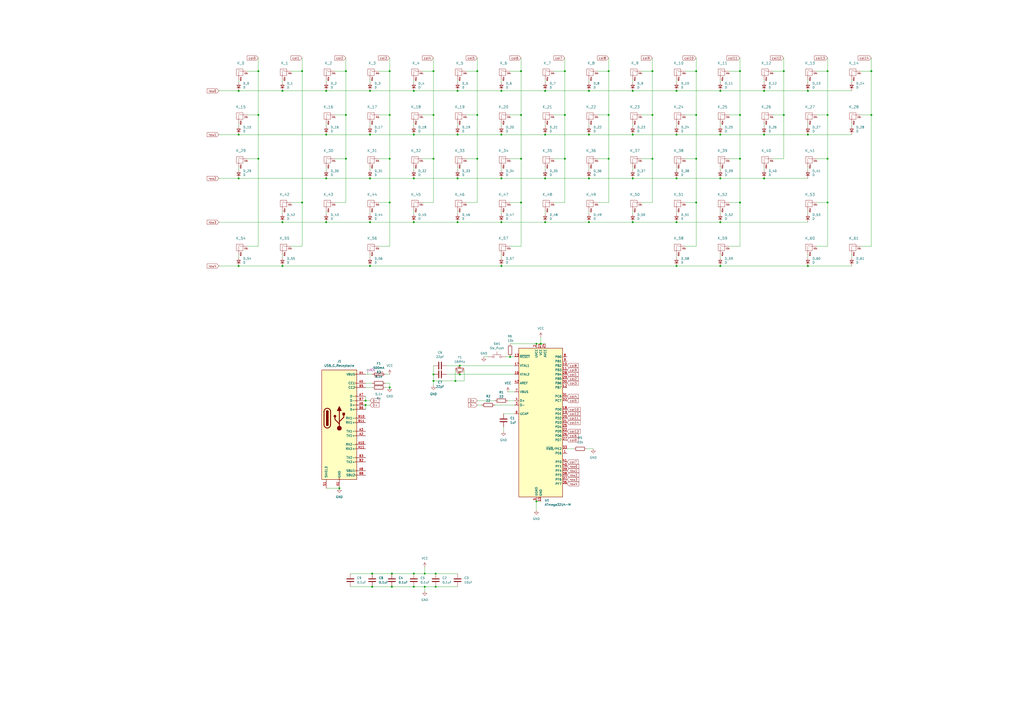
<source format=kicad_sch>
(kicad_sch (version 20231120) (generator "eeschema") (generator_version "8.0")
  (paper "A2")
  (junction (at 246.38 332.74))
  (junction (at 265.43 78.105))
  (junction (at 367.03 128.905))
  (junction (at 302.26 41.275))
  (junction (at 138.43 78.105))
  (junction (at 214.63 103.505))
  (junction (at 378.46 92.075))
  (junction (at 505.46 41.275))
  (junction (at 480.06 92.075))
  (junction (at 468.63 154.305))
  (junction (at 295.91 207.01))
  (junction (at 443.23 103.505))
  (junction (at 367.03 52.705))
  (junction (at 316.23 128.905))
  (junction (at 163.83 128.905))
  (junction (at 240.03 332.74))
  (junction (at 189.23 103.505))
  (junction (at 311.15 199.39))
  (junction (at 302.26 117.475))
  (junction (at 251.46 41.275))
  (junction (at 417.83 103.505))
  (junction (at 276.86 66.675))
  (junction (at 392.43 128.905))
  (junction (at 214.63 154.305))
  (junction (at 251.46 220.98))
  (junction (at 226.06 66.675))
  (junction (at 240.03 340.36))
  (junction (at 392.43 103.505))
  (junction (at 353.06 41.275))
  (junction (at 403.86 66.675))
  (junction (at 251.46 92.075))
  (junction (at 443.23 78.105))
  (junction (at 189.23 78.105))
  (junction (at 214.63 52.705))
  (junction (at 212.09 234.95))
  (junction (at 454.66 41.275))
  (junction (at 429.26 66.675))
  (junction (at 290.83 103.505))
  (junction (at 265.43 52.705))
  (junction (at 251.46 66.675))
  (junction (at 367.03 78.105))
  (junction (at 227.33 340.36))
  (junction (at 290.83 78.105))
  (junction (at 138.43 103.505))
  (junction (at 480.06 41.275))
  (junction (at 468.63 52.705))
  (junction (at 417.83 128.905))
  (junction (at 302.26 66.675))
  (junction (at 265.43 128.905))
  (junction (at 149.86 41.275))
  (junction (at 240.03 78.105))
  (junction (at 341.63 52.705))
  (junction (at 367.03 103.505))
  (junction (at 429.26 92.075))
  (junction (at 403.86 117.475))
  (junction (at 240.03 52.705))
  (junction (at 327.66 41.275))
  (junction (at 266.7 212.09))
  (junction (at 392.43 78.105))
  (junction (at 403.86 92.075))
  (junction (at 215.9 340.36))
  (junction (at 175.26 41.275))
  (junction (at 251.46 217.17))
  (junction (at 196.85 283.21))
  (junction (at 240.03 128.905))
  (junction (at 378.46 66.675))
  (junction (at 226.06 41.275))
  (junction (at 226.06 117.475))
  (junction (at 266.7 217.17))
  (junction (at 149.86 66.675))
  (junction (at 163.83 154.305))
  (junction (at 163.83 52.705))
  (junction (at 226.06 224.79))
  (junction (at 252.73 332.74))
  (junction (at 265.43 103.505))
  (junction (at 276.86 41.275))
  (junction (at 468.63 78.105))
  (junction (at 429.26 117.475))
  (junction (at 189.23 128.905))
  (junction (at 443.23 52.705))
  (junction (at 290.83 52.705))
  (junction (at 189.23 52.705))
  (junction (at 246.38 340.36))
  (junction (at 341.63 128.905))
  (junction (at 138.43 154.305))
  (junction (at 505.46 66.675))
  (junction (at 200.66 66.675))
  (junction (at 341.63 103.505))
  (junction (at 392.43 154.305))
  (junction (at 341.63 78.105))
  (junction (at 227.33 332.74))
  (junction (at 311.15 290.83))
  (junction (at 215.9 332.74))
  (junction (at 316.23 103.505))
  (junction (at 327.66 66.675))
  (junction (at 403.86 41.275))
  (junction (at 290.83 154.305))
  (junction (at 264.16 220.98))
  (junction (at 378.46 41.275))
  (junction (at 138.43 52.705))
  (junction (at 200.66 41.275))
  (junction (at 240.03 103.505))
  (junction (at 313.69 199.39))
  (junction (at 226.06 92.075))
  (junction (at 353.06 66.675))
  (junction (at 212.09 232.41))
  (junction (at 480.06 117.475))
  (junction (at 454.66 66.675))
  (junction (at 353.06 92.075))
  (junction (at 429.26 41.275))
  (junction (at 149.86 92.075))
  (junction (at 327.66 92.075))
  (junction (at 392.43 52.705))
  (junction (at 175.26 117.475))
  (junction (at 316.23 52.705))
  (junction (at 417.83 154.305))
  (junction (at 417.83 52.705))
  (junction (at 214.63 128.905))
  (junction (at 214.63 78.105))
  (junction (at 480.06 66.675))
  (junction (at 316.23 78.105))
  (junction (at 276.86 92.075))
  (junction (at 252.73 340.36))
  (junction (at 290.83 128.905))
  (junction (at 200.66 92.075))
  (junction (at 417.83 78.105))
  (junction (at 302.26 92.075))
  (wire (pts (xy 397.51 66.675) (xy 403.86 66.675)))
  (wire (pts (xy 215.9 222.25) (xy 212.09 222.25)))
  (wire (pts (xy 397.51 41.275) (xy 403.86 41.275)))
  (wire (pts (xy 499.11 142.875) (xy 505.46 142.875)))
  (wire (pts (xy 127 103.505) (xy 138.43 103.505)))
  (wire (pts (xy 417.83 71.755) (xy 417.83 73.025)))
  (wire (pts (xy 443.23 78.105) (xy 468.63 78.105)))
  (wire (pts (xy 392.43 52.705) (xy 417.83 52.705)))
  (wire (pts (xy 245.11 92.075) (xy 251.46 92.075)))
  (wire (pts (xy 240.03 78.105) (xy 265.43 78.105)))
  (wire (pts (xy 397.51 117.475) (xy 403.86 117.475)))
  (wire (pts (xy 494.03 147.955) (xy 494.03 149.225)))
  (wire (pts (xy 480.06 33.655) (xy 480.06 41.275)))
  (wire (pts (xy 378.46 41.275) (xy 378.46 66.675)))
  (wire (pts (xy 266.7 217.17) (xy 298.45 217.17)))
  (wire (pts (xy 378.46 92.075) (xy 378.46 66.675)))
  (wire (pts (xy 149.86 142.875) (xy 149.86 92.075)))
  (wire (pts (xy 473.71 66.675) (xy 480.06 66.675)))
  (wire (pts (xy 341.63 78.105) (xy 367.03 78.105)))
  (wire (pts (xy 353.06 117.475) (xy 353.06 92.075)))
  (wire (pts (xy 443.23 97.155) (xy 443.23 98.425)))
  (wire (pts (xy 454.66 92.075) (xy 454.66 66.675)))
  (wire (pts (xy 367.03 71.755) (xy 367.03 73.025)))
  (wire (pts (xy 138.43 97.155) (xy 138.43 98.425)))
  (wire (pts (xy 163.83 46.355) (xy 163.83 47.625)))
  (wire (pts (xy 378.46 33.655) (xy 378.46 41.275)))
  (wire (pts (xy 372.11 66.675) (xy 378.46 66.675)))
  (wire (pts (xy 341.63 122.555) (xy 341.63 123.825)))
  (wire (pts (xy 443.23 46.355) (xy 443.23 47.625)))
  (wire (pts (xy 163.83 147.955) (xy 163.83 149.225)))
  (wire (pts (xy 270.51 92.075) (xy 276.86 92.075)))
  (wire (pts (xy 266.7 212.09) (xy 298.45 212.09)))
  (wire (pts (xy 473.71 41.275) (xy 480.06 41.275)))
  (wire (pts (xy 163.83 154.305) (xy 214.63 154.305)))
  (wire (pts (xy 392.43 147.955) (xy 392.43 149.225)))
  (wire (pts (xy 313.69 195.58) (xy 313.69 199.39)))
  (wire (pts (xy 448.31 66.675) (xy 454.66 66.675)))
  (wire (pts (xy 246.38 342.9) (xy 246.38 340.36)))
  (wire (pts (xy 214.63 128.905) (xy 240.03 128.905)))
  (wire (pts (xy 321.31 92.075) (xy 327.66 92.075)))
  (wire (pts (xy 468.63 147.955) (xy 468.63 149.225)))
  (wire (pts (xy 175.26 142.875) (xy 175.26 117.475)))
  (wire (pts (xy 316.23 46.355) (xy 316.23 47.625)))
  (wire (pts (xy 292.1 250.19) (xy 292.1 247.65)))
  (wire (pts (xy 143.51 142.875) (xy 149.86 142.875)))
  (wire (pts (xy 341.63 52.705) (xy 367.03 52.705)))
  (wire (pts (xy 240.03 52.705) (xy 265.43 52.705)))
  (wire (pts (xy 302.26 92.075) (xy 302.26 66.675)))
  (wire (pts (xy 226.06 224.79) (xy 223.52 224.79)))
  (wire (pts (xy 219.71 41.275) (xy 226.06 41.275)))
  (wire (pts (xy 265.43 122.555) (xy 265.43 123.825)))
  (wire (pts (xy 227.33 332.74) (xy 240.03 332.74)))
  (wire (pts (xy 302.26 33.655) (xy 302.26 41.275)))
  (wire (pts (xy 293.37 207.01) (xy 295.91 207.01)))
  (wire (pts (xy 163.83 122.555) (xy 163.83 123.825)))
  (wire (pts (xy 251.46 41.275) (xy 251.46 66.675)))
  (wire (pts (xy 127 128.905) (xy 163.83 128.905)))
  (wire (pts (xy 214.63 46.355) (xy 214.63 47.625)))
  (wire (pts (xy 194.31 66.675) (xy 200.66 66.675)))
  (wire (pts (xy 175.26 33.655) (xy 175.26 41.275)))
  (wire (pts (xy 214.63 154.305) (xy 290.83 154.305)))
  (wire (pts (xy 494.03 71.755) (xy 494.03 73.025)))
  (wire (pts (xy 292.1 240.03) (xy 298.45 240.03)))
  (wire (pts (xy 290.83 154.305) (xy 392.43 154.305)))
  (wire (pts (xy 341.63 103.505) (xy 367.03 103.505)))
  (wire (pts (xy 264.16 214.63) (xy 264.16 220.98)))
  (wire (pts (xy 226.06 217.17) (xy 223.52 217.17)))
  (wire (pts (xy 316.23 52.705) (xy 341.63 52.705)))
  (wire (pts (xy 212.09 217.17) (xy 215.9 217.17)))
  (wire (pts (xy 480.06 142.875) (xy 480.06 117.475)))
  (wire (pts (xy 270.51 41.275) (xy 276.86 41.275)))
  (wire (pts (xy 367.03 46.355) (xy 367.03 47.625)))
  (wire (pts (xy 219.71 66.675) (xy 226.06 66.675)))
  (wire (pts (xy 240.03 71.755) (xy 240.03 73.025)))
  (wire (pts (xy 468.63 122.555) (xy 468.63 123.825)))
  (wire (pts (xy 473.71 92.075) (xy 480.06 92.075)))
  (wire (pts (xy 246.38 332.74) (xy 252.73 332.74)))
  (wire (pts (xy 295.91 92.075) (xy 302.26 92.075)))
  (wire (pts (xy 313.69 199.39) (xy 316.23 199.39)))
  (wire (pts (xy 127 154.305) (xy 138.43 154.305)))
  (wire (pts (xy 397.51 92.075) (xy 403.86 92.075)))
  (wire (pts (xy 403.86 142.875) (xy 403.86 117.475)))
  (wire (pts (xy 397.51 142.875) (xy 403.86 142.875)))
  (wire (pts (xy 417.83 154.305) (xy 468.63 154.305)))
  (wire (pts (xy 194.31 92.075) (xy 200.66 92.075)))
  (wire (pts (xy 270.51 117.475) (xy 276.86 117.475)))
  (wire (pts (xy 251.46 220.98) (xy 251.46 217.17)))
  (wire (pts (xy 138.43 147.955) (xy 138.43 149.225)))
  (wire (pts (xy 290.83 128.905) (xy 316.23 128.905)))
  (wire (pts (xy 276.86 117.475) (xy 276.86 92.075)))
  (wire (pts (xy 280.67 207.01) (xy 283.21 207.01)))
  (wire (pts (xy 316.23 97.155) (xy 316.23 98.425)))
  (wire (pts (xy 480.06 92.075) (xy 480.06 66.675)))
  (wire (pts (xy 327.66 117.475) (xy 327.66 92.075)))
  (wire (pts (xy 403.86 92.075) (xy 403.86 66.675)))
  (wire (pts (xy 252.73 340.36) (xy 265.43 340.36)))
  (wire (pts (xy 316.23 71.755) (xy 316.23 73.025)))
  (wire (pts (xy 422.91 117.475) (xy 429.26 117.475)))
  (wire (pts (xy 327.66 92.075) (xy 327.66 66.675)))
  (wire (pts (xy 468.63 154.305) (xy 494.03 154.305)))
  (wire (pts (xy 392.43 103.505) (xy 417.83 103.505)))
  (wire (pts (xy 392.43 46.355) (xy 392.43 47.625)))
  (wire (pts (xy 276.86 234.95) (xy 279.4 234.95)))
  (wire (pts (xy 353.06 41.275) (xy 353.06 66.675)))
  (wire (pts (xy 372.11 92.075) (xy 378.46 92.075)))
  (wire (pts (xy 429.26 41.275) (xy 429.26 66.675)))
  (wire (pts (xy 392.43 78.105) (xy 417.83 78.105)))
  (wire (pts (xy 316.23 128.905) (xy 341.63 128.905)))
  (wire (pts (xy 302.26 41.275) (xy 302.26 66.675)))
  (wire (pts (xy 194.31 41.275) (xy 200.66 41.275)))
  (wire (pts (xy 327.66 41.275) (xy 327.66 66.675)))
  (wire (pts (xy 212.09 234.95) (xy 212.09 237.49)))
  (wire (pts (xy 295.91 66.675) (xy 302.26 66.675)))
  (wire (pts (xy 223.52 222.25) (xy 226.06 222.25)))
  (wire (pts (xy 138.43 46.355) (xy 138.43 47.625)))
  (wire (pts (xy 240.03 340.36) (xy 246.38 340.36)))
  (wire (pts (xy 287.02 234.95) (xy 298.45 234.95)))
  (wire (pts (xy 468.63 52.705) (xy 494.03 52.705)))
  (wire (pts (xy 143.51 41.275) (xy 149.86 41.275)))
  (wire (pts (xy 316.23 122.555) (xy 316.23 123.825)))
  (wire (pts (xy 175.26 41.275) (xy 175.26 117.475)))
  (wire (pts (xy 367.03 97.155) (xy 367.03 98.425)))
  (wire (pts (xy 251.46 223.52) (xy 251.46 220.98)))
  (wire (pts (xy 367.03 52.705) (xy 392.43 52.705)))
  (wire (pts (xy 194.31 117.475) (xy 200.66 117.475)))
  (wire (pts (xy 295.91 41.275) (xy 302.26 41.275)))
  (wire (pts (xy 295.91 117.475) (xy 302.26 117.475)))
  (wire (pts (xy 214.63 78.105) (xy 240.03 78.105)))
  (wire (pts (xy 302.26 117.475) (xy 302.26 92.075)))
  (wire (pts (xy 341.63 71.755) (xy 341.63 73.025)))
  (wire (pts (xy 505.46 41.275) (xy 505.46 66.675)))
  (wire (pts (xy 276.86 41.275) (xy 276.86 66.675)))
  (wire (pts (xy 443.23 52.705) (xy 468.63 52.705)))
  (wire (pts (xy 240.03 128.905) (xy 265.43 128.905)))
  (wire (pts (xy 290.83 71.755) (xy 290.83 73.025)))
  (wire (pts (xy 265.43 71.755) (xy 265.43 73.025)))
  (wire (pts (xy 251.46 92.075) (xy 251.46 66.675)))
  (wire (pts (xy 214.63 103.505) (xy 240.03 103.505)))
  (wire (pts (xy 240.03 97.155) (xy 240.03 98.425)))
  (wire (pts (xy 290.83 97.155) (xy 290.83 98.425)))
  (wire (pts (xy 265.43 97.155) (xy 265.43 98.425)))
  (wire (pts (xy 321.31 66.675) (xy 327.66 66.675)))
  (wire (pts (xy 189.23 103.505) (xy 214.63 103.505)))
  (wire (pts (xy 392.43 97.155) (xy 392.43 98.425)))
  (wire (pts (xy 327.66 33.655) (xy 327.66 41.275)))
  (wire (pts (xy 276.86 92.075) (xy 276.86 66.675)))
  (wire (pts (xy 346.71 41.275) (xy 353.06 41.275)))
  (wire (pts (xy 127 78.105) (xy 138.43 78.105)))
  (wire (pts (xy 422.91 41.275) (xy 429.26 41.275)))
  (wire (pts (xy 454.66 33.655) (xy 454.66 41.275)))
  (wire (pts (xy 143.51 92.075) (xy 149.86 92.075)))
  (wire (pts (xy 321.31 117.475) (xy 327.66 117.475)))
  (wire (pts (xy 143.51 66.675) (xy 149.86 66.675)))
  (wire (pts (xy 392.43 128.905) (xy 417.83 128.905)))
  (wire (pts (xy 321.31 41.275) (xy 327.66 41.275)))
  (wire (pts (xy 200.66 41.275) (xy 200.66 66.675)))
  (wire (pts (xy 480.06 117.475) (xy 480.06 92.075)))
  (wire (pts (xy 200.66 117.475) (xy 200.66 92.075)))
  (wire (pts (xy 429.26 142.875) (xy 429.26 117.475)))
  (wire (pts (xy 212.09 234.95) (xy 214.63 234.95)))
  (wire (pts (xy 372.11 41.275) (xy 378.46 41.275)))
  (wire (pts (xy 189.23 128.905) (xy 214.63 128.905)))
  (wire (pts (xy 251.46 212.09) (xy 251.46 217.17)))
  (wire (pts (xy 149.86 41.275) (xy 149.86 66.675)))
  (wire (pts (xy 265.43 103.505) (xy 290.83 103.505)))
  (wire (pts (xy 417.83 128.905) (xy 468.63 128.905)))
  (wire (pts (xy 417.83 97.155) (xy 417.83 98.425)))
  (wire (pts (xy 138.43 78.105) (xy 189.23 78.105)))
  (wire (pts (xy 417.83 103.505) (xy 443.23 103.505)))
  (wire (pts (xy 316.23 78.105) (xy 341.63 78.105)))
  (wire (pts (xy 203.2 340.36) (xy 215.9 340.36)))
  (wire (pts (xy 240.03 332.74) (xy 246.38 332.74)))
  (wire (pts (xy 259.08 217.17) (xy 266.7 217.17)))
  (wire (pts (xy 189.23 52.705) (xy 214.63 52.705)))
  (wire (pts (xy 200.66 92.075) (xy 200.66 66.675)))
  (wire (pts (xy 214.63 52.705) (xy 240.03 52.705)))
  (wire (pts (xy 290.83 78.105) (xy 316.23 78.105)))
  (wire (pts (xy 163.83 128.905) (xy 189.23 128.905)))
  (wire (pts (xy 138.43 71.755) (xy 138.43 73.025)))
  (wire (pts (xy 443.23 103.505) (xy 468.63 103.505)))
  (wire (pts (xy 429.26 33.655) (xy 429.26 41.275)))
  (wire (pts (xy 276.86 232.41) (xy 287.02 232.41)))
  (wire (pts (xy 246.38 328.93) (xy 246.38 332.74)))
  (wire (pts (xy 138.43 52.705) (xy 163.83 52.705)))
  (wire (pts (xy 168.91 142.875) (xy 175.26 142.875)))
  (wire (pts (xy 240.03 122.555) (xy 240.03 123.825)))
  (wire (pts (xy 290.83 103.505) (xy 316.23 103.505)))
  (wire (pts (xy 214.63 97.155) (xy 214.63 98.425)))
  (wire (pts (xy 240.03 46.355) (xy 240.03 47.625)))
  (wire (pts (xy 168.91 41.275) (xy 175.26 41.275)))
  (wire (pts (xy 344.17 260.35) (xy 340.36 260.35)))
  (wire (pts (xy 367.03 103.505) (xy 392.43 103.505)))
  (wire (pts (xy 189.23 78.105) (xy 214.63 78.105)))
  (wire (pts (xy 448.31 92.075) (xy 454.66 92.075)))
  (wire (pts (xy 212.09 229.87) (xy 212.09 232.41)))
  (wire (pts (xy 226.06 222.25) (xy 226.06 224.79)))
  (wire (pts (xy 149.86 92.075) (xy 149.86 66.675)))
  (wire (pts (xy 265.43 78.105) (xy 290.83 78.105)))
  (wire (pts (xy 417.83 147.955) (xy 417.83 149.225)))
  (wire (pts (xy 163.83 52.705) (xy 189.23 52.705)))
  (wire (pts (xy 290.83 147.955) (xy 290.83 149.225)))
  (wire (pts (xy 290.83 46.355) (xy 290.83 47.625)))
  (wire (pts (xy 378.46 117.475) (xy 378.46 92.075)))
  (wire (pts (xy 341.63 128.905) (xy 367.03 128.905)))
  (wire (pts (xy 422.91 92.075) (xy 429.26 92.075)))
  (wire (pts (xy 294.64 232.41) (xy 298.45 232.41)))
  (wire (pts (xy 265.43 128.905) (xy 290.83 128.905)))
  (wire (pts (xy 505.46 33.655) (xy 505.46 41.275)))
  (wire (pts (xy 473.71 117.475) (xy 480.06 117.475)))
  (wire (pts (xy 200.66 33.655) (xy 200.66 41.275)))
  (wire (pts (xy 392.43 154.305) (xy 417.83 154.305)))
  (wire (pts (xy 341.63 97.155) (xy 341.63 98.425)))
  (wire (pts (xy 295.91 142.875) (xy 302.26 142.875)))
  (wire (pts (xy 443.23 71.755) (xy 443.23 73.025)))
  (wire (pts (xy 212.09 232.41) (xy 214.63 232.41)))
  (wire (pts (xy 138.43 154.305) (xy 163.83 154.305)))
  (wire (pts (xy 302.26 142.875) (xy 302.26 117.475)))
  (wire (pts (xy 226.06 142.875) (xy 226.06 117.475)))
  (wire (pts (xy 189.23 46.355) (xy 189.23 47.625)))
  (wire (pts (xy 290.83 52.705) (xy 316.23 52.705)))
  (wire (pts (xy 240.03 103.505) (xy 265.43 103.505)))
  (wire (pts (xy 468.63 46.355) (xy 468.63 47.625)))
  (wire (pts (xy 269.24 214.63) (xy 269.24 220.98)))
  (wire (pts (xy 468.63 71.755) (xy 468.63 73.025)))
  (wire (pts (xy 245.11 117.475) (xy 251.46 117.475)))
  (wire (pts (xy 227.33 340.36) (xy 240.03 340.36)))
  (wire (pts (xy 215.9 224.79) (xy 212.09 224.79)))
  (wire (pts (xy 403.86 41.275) (xy 403.86 66.675)))
  (wire (pts (xy 505.46 142.875) (xy 505.46 66.675)))
  (wire (pts (xy 214.63 122.555) (xy 214.63 123.825)))
  (wire (pts (xy 499.11 66.675) (xy 505.46 66.675)))
  (wire (pts (xy 226.06 33.655) (xy 226.06 41.275)))
  (wire (pts (xy 367.03 128.905) (xy 392.43 128.905)))
  (wire (pts (xy 346.71 92.075) (xy 353.06 92.075)))
  (wire (pts (xy 203.2 332.74) (xy 215.9 332.74)))
  (wire (pts (xy 353.06 33.655) (xy 353.06 41.275)))
  (wire (pts (xy 215.9 332.74) (xy 227.33 332.74)))
  (wire (pts (xy 332.74 260.35) (xy 328.93 260.35)))
  (wire (pts (xy 245.11 66.675) (xy 251.46 66.675)))
  (wire (pts (xy 295.91 199.39) (xy 311.15 199.39)))
  (wire (pts (xy 215.9 340.36) (xy 227.33 340.36)))
  (wire (pts (xy 417.83 122.555) (xy 417.83 123.825)))
  (wire (pts (xy 245.11 41.275) (xy 251.46 41.275)))
  (wire (pts (xy 252.73 332.74) (xy 265.43 332.74)))
  (wire (pts (xy 251.46 33.655) (xy 251.46 41.275)))
  (wire (pts (xy 311.15 290.83) (xy 313.69 290.83)))
  (wire (pts (xy 264.16 220.98) (xy 251.46 220.98)))
  (wire (pts (xy 346.71 66.675) (xy 353.06 66.675)))
  (wire (pts (xy 417.83 52.705) (xy 443.23 52.705)))
  (wire (pts (xy 127 52.705) (xy 138.43 52.705)))
  (wire (pts (xy 189.23 283.21) (xy 196.85 283.21)))
  (wire (pts (xy 269.24 220.98) (xy 264.16 220.98)))
  (wire (pts (xy 429.26 117.475) (xy 429.26 92.075)))
  (wire (pts (xy 219.71 92.075) (xy 226.06 92.075)))
  (wire (pts (xy 367.03 122.555) (xy 367.03 123.825)))
  (wire (pts (xy 138.43 103.505) (xy 189.23 103.505)))
  (wire (pts (xy 403.86 33.655) (xy 403.86 41.275)))
  (wire (pts (xy 429.26 92.075) (xy 429.26 66.675)))
  (wire (pts (xy 294.64 227.33) (xy 298.45 227.33)))
  (wire (pts (xy 276.86 33.655) (xy 276.86 41.275)))
  (wire (pts (xy 422.91 66.675) (xy 429.26 66.675)))
  (wire (pts (xy 270.51 66.675) (xy 276.86 66.675)))
  (wire (pts (xy 392.43 71.755) (xy 392.43 73.025)))
  (wire (pts (xy 226.06 41.275) (xy 226.06 66.675)))
  (wire (pts (xy 214.63 71.755) (xy 214.63 73.025)))
  (wire (pts (xy 189.23 122.555) (xy 189.23 123.825)))
  (wire (pts (xy 246.38 340.36) (xy 252.73 340.36)))
  (wire (pts (xy 259.08 212.09) (xy 266.7 212.09)))
  (wire (pts (xy 219.71 117.475) (xy 226.06 117.475)))
  (wire (pts (xy 454.66 41.275) (xy 454.66 66.675)))
  (wire (pts (xy 214.63 147.955) (xy 214.63 149.225)))
  (wire (pts (xy 499.11 41.275) (xy 505.46 41.275)))
  (wire (pts (xy 295.91 207.01) (xy 298.45 207.01)))
  (wire (pts (xy 311.15 199.39) (xy 313.69 199.39)))
  (wire (pts (xy 265.43 52.705) (xy 290.83 52.705)))
  (wire (pts (xy 290.83 122.555) (xy 290.83 123.825)))
  (wire (pts (xy 422.91 142.875) (xy 429.26 142.875)))
  (wire (pts (xy 311.15 290.83) (xy 311.15 295.91)))
  (wire (pts (xy 226.06 117.475) (xy 226.06 92.075)))
  (wire (pts (xy 265.43 46.355) (xy 265.43 47.625)))
  (wire (pts (xy 468.63 78.105) (xy 494.03 78.105)))
  (wire (pts (xy 417.83 78.105) (xy 443.23 78.105)))
  (wire (pts (xy 494.03 46.355) (xy 494.03 47.625)))
  (wire (pts (xy 480.06 41.275) (xy 480.06 66.675)))
  (wire (pts (xy 473.71 142.875) (xy 480.06 142.875)))
  (wire (pts (xy 403.86 117.475) (xy 403.86 92.075)))
  (wire (pts (xy 149.86 33.655) (xy 149.86 41.275)))
  (wire (pts (xy 189.23 71.755) (xy 189.23 73.025)))
  (wire (pts (xy 353.06 92.075) (xy 353.06 66.675)))
  (wire (pts (xy 417.83 46.355) (xy 417.83 47.625)))
  (wire (pts (xy 226.06 92.075) (xy 226.06 66.675)))
  (wire (pts (xy 251.46 117.475) (xy 251.46 92.075)))
  (wire (pts (xy 372.11 117.475) (xy 378.46 117.475)))
  (wire (pts (xy 346.71 117.475) (xy 353.06 117.475)))
  (wire (pts (xy 168.91 117.475) (xy 175.26 117.475)))
  (wire (pts (xy 392.43 122.555) (xy 392.43 123.825)))
  (wire (pts (xy 189.23 97.155) (xy 189.23 98.425)))
  (wire (pts (xy 367.03 78.105) (xy 392.43 78.105)))
  (wire (pts (xy 448.31 41.275) (xy 454.66 41.275)))
  (wire (pts (xy 219.71 142.875) (xy 226.06 142.875)))
  (wire (pts (xy 316.23 103.505) (xy 341.63 103.505)))
  (wire (pts (xy 341.63 46.355) (xy 341.63 47.625)))
  (wire (pts (xy 468.63 97.155) (xy 468.63 98.425)))
  (global_label "row3" (shape input) (at 328.93 278.13 0) (property "Intersheetrefs" "${INTERSHEET_REFS}" (effects (hide yes))))
  (global_label "D-" (shape input) (at 214.63 232.41 0) (property "Intersheetrefs" "${INTERSHEET_REFS}" (effects (hide yes))))
  (global_label "col7" (shape input) (at 328.93 267.97 0) (property "Intersheetrefs" "${INTERSHEET_REFS}" (effects (hide yes))))
  (global_label "col2" (shape input) (at 328.93 219.71 0) (property "Intersheetrefs" "${INTERSHEET_REFS}" (effects (hide yes))))
  (global_label "col3" (shape input) (at 328.93 222.25 0) (property "Intersheetrefs" "${INTERSHEET_REFS}" (effects (hide yes))))
  (global_label "D+" (shape input) (at 276.86 232.41 180) (property "Intersheetrefs" "${INTERSHEET_REFS}" (effects (hide yes))))
  (global_label "col0" (shape input) (at 328.93 255.27 0) (property "Intersheetrefs" "${INTERSHEET_REFS}" (effects (hide yes))))
  (global_label "col5" (shape input) (at 328.93 232.41 0) (property "Intersheetrefs" "${INTERSHEET_REFS}" (effects (hide yes))))
  (global_label "col6" (shape input) (at 328.93 252.73 0) (property "Intersheetrefs" "${INTERSHEET_REFS}" (effects (hide yes))))
  (global_label "col4" (shape input) (at 328.93 229.87 0) (property "Intersheetrefs" "${INTERSHEET_REFS}" (effects (hide yes))))
  (global_label "col10" (shape input) (at 403.86 33.655 180) (property "Intersheetrefs" "${INTERSHEET_REFS}" (effects (hide yes))))
  (global_label "col7" (shape input) (at 327.66 33.655 180) (property "Intersheetrefs" "${INTERSHEET_REFS}" (effects (hide yes))))
  (global_label "D+" (shape input) (at 214.63 234.95 0) (property "Intersheetrefs" "${INTERSHEET_REFS}" (effects (hide yes))))
  (global_label "col2" (shape input) (at 200.66 33.655 180) (property "Intersheetrefs" "${INTERSHEET_REFS}" (effects (hide yes))))
  (global_label "col10" (shape input) (at 328.93 237.49 0) (property "Intersheetrefs" "${INTERSHEET_REFS}" (effects (hide yes))))
  (global_label "col9" (shape input) (at 328.93 214.63 0) (property "Intersheetrefs" "${INTERSHEET_REFS}" (effects (hide yes))))
  (global_label "col14" (shape input) (at 328.93 245.11 0) (property "Intersheetrefs" "${INTERSHEET_REFS}" (effects (hide yes))))
  (global_label "col13" (shape input) (at 480.06 33.655 180) (property "Intersheetrefs" "${INTERSHEET_REFS}" (effects (hide yes))))
  (global_label "row2" (shape input) (at 328.93 275.59 0) (property "Intersheetrefs" "${INTERSHEET_REFS}" (effects (hide yes))))
  (global_label "col8" (shape input) (at 353.06 33.655 180) (property "Intersheetrefs" "${INTERSHEET_REFS}" (effects (hide yes))))
  (global_label "col13" (shape input) (at 328.93 250.19 0) (property "Intersheetrefs" "${INTERSHEET_REFS}" (effects (hide yes))))
  (global_label "row2" (shape input) (at 127 103.505 180) (property "Intersheetrefs" "${INTERSHEET_REFS}" (effects (hide yes))))
  (global_label "col8" (shape input) (at 328.93 212.09 0) (property "Intersheetrefs" "${INTERSHEET_REFS}" (effects (hide yes))))
  (global_label "col1" (shape input) (at 328.93 217.17 0) (property "Intersheetrefs" "${INTERSHEET_REFS}" (effects (hide yes))))
  (global_label "row1" (shape input) (at 328.93 273.05 0) (property "Intersheetrefs" "${INTERSHEET_REFS}" (effects (hide yes))))
  (global_label "col5" (shape input) (at 276.86 33.655 180) (property "Intersheetrefs" "${INTERSHEET_REFS}" (effects (hide yes))))
  (global_label "col9" (shape input) (at 378.46 33.655 180) (property "Intersheetrefs" "${INTERSHEET_REFS}" (effects (hide yes))))
  (global_label "col6" (shape input) (at 302.26 33.655 180) (property "Intersheetrefs" "${INTERSHEET_REFS}" (effects (hide yes))))
  (global_label "col11" (shape input) (at 429.26 33.655 180) (property "Intersheetrefs" "${INTERSHEET_REFS}" (effects (hide yes))))
  (global_label "col3" (shape input) (at 226.06 33.655 180) (property "Intersheetrefs" "${INTERSHEET_REFS}" (effects (hide yes))))
  (global_label "col11" (shape input) (at 328.93 242.57 0) (property "Intersheetrefs" "${INTERSHEET_REFS}" (effects (hide yes))))
  (global_label "row1" (shape input) (at 127 78.105 180) (property "Intersheetrefs" "${INTERSHEET_REFS}" (effects (hide yes))))
  (global_label "row0" (shape input) (at 127 52.705 180) (property "Intersheetrefs" "${INTERSHEET_REFS}" (effects (hide yes))))
  (global_label "col1" (shape input) (at 175.26 33.655 180) (property "Intersheetrefs" "${INTERSHEET_REFS}" (effects (hide yes))))
  (global_label "row3" (shape input) (at 127 128.905 180) (property "Intersheetrefs" "${INTERSHEET_REFS}" (effects (hide yes))))
  (global_label "row4" (shape input) (at 127 154.305 180) (property "Intersheetrefs" "${INTERSHEET_REFS}" (effects (hide yes))))
  (global_label "row4" (shape input) (at 328.93 280.67 0) (property "Intersheetrefs" "${INTERSHEET_REFS}" (effects (hide yes))))
  (global_label "row0" (shape input) (at 328.93 270.51 0) (property "Intersheetrefs" "${INTERSHEET_REFS}" (effects (hide yes))))
  (global_label "col14" (shape input) (at 505.46 33.655 180) (property "Intersheetrefs" "${INTERSHEET_REFS}" (effects (hide yes))))
  (global_label "col4" (shape input) (at 251.46 33.655 180) (property "Intersheetrefs" "${INTERSHEET_REFS}" (effects (hide yes))))
  (global_label "col12" (shape input) (at 328.93 240.03 0) (property "Intersheetrefs" "${INTERSHEET_REFS}" (effects (hide yes))))
  (global_label "D-" (shape input) (at 276.86 234.95 180) (property "Intersheetrefs" "${INTERSHEET_REFS}" (effects (hide yes))))
  (global_label "col0" (shape input) (at 149.86 33.655 180) (property "Intersheetrefs" "${INTERSHEET_REFS}" (effects (hide yes))))
  (global_label "col12" (shape input) (at 454.66 33.655 180) (property "Intersheetrefs" "${INTERSHEET_REFS}" (effects (hide yes))))
  (netclass_flag "" (length 2.54) (shape round) (at 213.36 217.17 0) (property "Netclass" "VCC" (at 213.9696 214.63 0) (effects (font (italic yes)) (justify left))))
  (symbol (lib_id "MX_Alps_Hybrid:MX-NoLED") (at 495.3 42.545 0) (unit 1) (in_bom no)
    (property "Reference" "K_14" (at 495.3 36.6268 0) (effects (font (size 1.524 1.524))))
    (property "Value" "KEYSW" (effects (hide yes)))
    (property "Footprint" "keyboard_switches:SW_Cherry_MX_PCB_1.00u" (effects (hide yes)))
  )
  (symbol (lib_id "MX_Alps_Hybrid:MX-NoLED") (at 317.5 93.345 0) (unit 1) (in_bom no)
    (property "Reference" "K_35" (at 317.5 87.4268 0) (effects (font (size 1.524 1.524))))
    (property "Value" "KEYSW" (effects (hide yes)))
    (property "Footprint" "keyboard_switches:SW_Cherry_MX_PCB_1.00u" (effects (hide yes)))
  )
  (symbol (lib_id "MX_Alps_Hybrid:MX-NoLED") (at 190.5 118.745 0) (unit 1) (in_bom no)
    (property "Reference" "K_43" (at 190.5 112.8268 0) (effects (font (size 1.524 1.524))))
    (property "Value" "KEYSW" (effects (hide yes)))
    (property "Footprint" "keyboard_switches:SW_Cherry_MX_PCB_1.00u" (effects (hide yes)))
  )
  (symbol (lib_id "Device:D_Small") (at 494.03 151.765 90) (unit 1)
    (property "Reference" "D_61" (at 496.57 149.987 90) (effects (justify right)))
    (property "Value" "D" (at 496.57 152.273 90) (effects (justify right)))
    (property "Footprint" "custom_components:D_SOD-123_vertical" (effects (hide yes)))
  )
  (symbol (lib_id "MX_Alps_Hybrid:MX-NoLED") (at 190.5 67.945 0) (unit 1) (in_bom no)
    (property "Reference" "K_16" (at 190.5 62.0268 0) (effects (font (size 1.524 1.524))))
    (property "Value" "KEYSW" (effects (hide yes)))
    (property "Footprint" "keyboard_switches:SW_Cherry_MX_PCB_1.00u" (effects (hide yes)))
  )
  (symbol (lib_id "MX_Alps_Hybrid:MX-NoLED") (at 266.7 42.545 0) (unit 1) (in_bom no)
    (property "Reference" "K_5" (at 266.7 36.6268 0) (effects (font (size 1.524 1.524))))
    (property "Value" "KEYSW" (effects (hide yes)))
    (property "Footprint" "keyboard_switches:SW_Cherry_MX_PCB_1.00u" (effects (hide yes)))
  )
  (symbol (lib_id "Device:D_Small") (at 163.83 50.165 90) (unit 1)
    (property "Reference" "D_1" (at 166.37 48.387 90) (effects (justify right)))
    (property "Value" "D" (at 166.37 50.673 90) (effects (justify right)))
    (property "Footprint" "custom_components:D_SOD-123_vertical" (effects (hide yes)))
  )
  (symbol (lib_id "Device:D_Small") (at 240.03 75.565 90) (unit 1)
    (property "Reference" "D_18" (at 242.57 73.787 90) (effects (justify right)))
    (property "Value" "D" (at 242.57 76.073 90) (effects (justify right)))
    (property "Footprint" "custom_components:D_SOD-123_vertical" (effects (hide yes)))
  )
  (symbol (lib_id "MX_Alps_Hybrid:MX-NoLED") (at 241.3 67.945 0) (unit 1) (in_bom no)
    (property "Reference" "K_18" (at 241.3 62.0268 0) (effects (font (size 1.524 1.524))))
    (property "Value" "KEYSW" (effects (hide yes)))
    (property "Footprint" "keyboard_switches:SW_Cherry_MX_PCB_1.00u" (effects (hide yes)))
  )
  (symbol (lib_id "MX_Alps_Hybrid:MX-NoLED") (at 368.3 67.945 0) (unit 1) (in_bom no)
    (property "Reference" "K_23" (at 368.3 62.0268 0) (effects (font (size 1.524 1.524))))
    (property "Value" "KEYSW" (effects (hide yes)))
    (property "Footprint" "keyboard_switches:SW_Cherry_MX_PCB_1.00u" (effects (hide yes)))
  )
  (symbol (lib_id "MX_Alps_Hybrid:MX-NoLED") (at 139.7 144.145 0) (unit 1) (in_bom no)
    (property "Reference" "K_54" (at 139.7 138.2268 0) (effects (font (size 1.524 1.524))))
    (property "Value" "KEYSW" (effects (hide yes)))
    (property "Footprint" "keyboard_switches:SW_Cherry_MX_PCB_1.25u" (effects (hide yes)))
  )
  (symbol (lib_id "Device:D_Small") (at 417.83 50.165 90) (unit 1)
    (property "Reference" "D_11" (at 420.37 48.387 90) (effects (justify right)))
    (property "Value" "D" (at 420.37 50.673 90) (effects (justify right)))
    (property "Footprint" "custom_components:D_SOD-123_vertical" (effects (hide yes)))
  )
  (symbol (lib_id "MX_Alps_Hybrid:MX-NoLED") (at 317.5 118.745 0) (unit 1) (in_bom no)
    (property "Reference" "K_48" (at 317.5 112.8268 0) (effects (font (size 1.524 1.524))))
    (property "Value" "KEYSW" (effects (hide yes)))
    (property "Footprint" "keyboard_switches:SW_Cherry_MX_PCB_1.00u" (effects (hide yes)))
  )
  (symbol (lib_id "Device:D_Small") (at 367.03 75.565 90) (unit 1)
    (property "Reference" "D_23" (at 369.57 73.787 90) (effects (justify right)))
    (property "Value" "D" (at 369.57 76.073 90) (effects (justify right)))
    (property "Footprint" "custom_components:D_SOD-123_vertical" (effects (hide yes)))
  )
  (symbol (lib_id "Device:D_Small") (at 189.23 100.965 90) (unit 1)
    (property "Reference" "D_30" (at 191.77 99.187 90) (effects (justify right)))
    (property "Value" "D" (at 191.77 101.473 90) (effects (justify right)))
    (property "Footprint" "custom_components:D_SOD-123_vertical" (effects (hide yes)))
  )
  (symbol (lib_id "Device:D_Small") (at 443.23 75.565 90) (unit 1)
    (property "Reference" "D_26" (at 445.77 73.787 90) (effects (justify right)))
    (property "Value" "D" (at 445.77 76.073 90) (effects (justify right)))
    (property "Footprint" "custom_components:D_SOD-123_vertical" (effects (hide yes)))
  )
  (symbol (lib_id "Device:D_Small") (at 341.63 75.565 90) (unit 1)
    (property "Reference" "D_22" (at 344.17 73.787 90) (effects (justify right)))
    (property "Value" "D" (at 344.17 76.073 90) (effects (justify right)))
    (property "Footprint" "custom_components:D_SOD-123_vertical" (effects (hide yes)))
  )
  (symbol (lib_id "Device:C") (at 292.1 243.84 0) (unit 1)
    (property "Reference" "C1" (at 295.91 242.5699 0) (effects (justify left)))
    (property "Value" "1uF" (at 295.91 245.1099 0) (effects (justify left)))
    (property "Footprint" "Capacitor_SMD:C_0603_1608Metric_Pad1.08x0.95mm_HandSolder" (effects (hide yes)))
    (property "Description" "Unpolarized capacitor" (effects (hide yes)))
  )
  (symbol (lib_name "GND_2") (lib_id "power:GND") (at 311.15 295.91 0) (unit 1)
    (property "Reference" "#PWR04" (effects (hide yes)))
    (property "Value" "GND" (at 311.15 300.99 0))
    (property "Description" "Power symbol creates a global label with name \"GND\" , ground" (effects (hide yes)))
  )
  (symbol (lib_id "MX_Alps_Hybrid:MX-NoLED") (at 266.7 93.345 0) (unit 1) (in_bom no)
    (property "Reference" "K_33" (at 266.7 87.4268 0) (effects (font (size 1.524 1.524))))
    (property "Value" "KEYSW" (effects (hide yes)))
    (property "Footprint" "keyboard_switches:SW_Cherry_MX_PCB_1.00u" (effects (hide yes)))
  )
  (symbol (lib_id "MX_Alps_Hybrid:MX-NoLED") (at 342.9 42.545 0) (unit 1) (in_bom no)
    (property "Reference" "K_8" (at 342.9 36.6268 0) (effects (font (size 1.524 1.524))))
    (property "Value" "KEYSW" (effects (hide yes)))
    (property "Footprint" "keyboard_switches:SW_Cherry_MX_PCB_1.00u" (effects (hide yes)))
  )
  (symbol (lib_id "MX_Alps_Hybrid:MX-NoLED") (at 139.7 93.345 0) (unit 1) (in_bom no)
    (property "Reference" "K_29" (at 139.7 87.4268 0) (effects (font (size 1.524 1.524))))
    (property "Value" "KEYSW" (effects (hide yes)))
    (property "Footprint" "keyboard_switches:SW_Cherry_MX_PCB_1.75u" (effects (hide yes)))
  )
  (symbol (lib_name "GND_1") (lib_id "power:GND") (at 280.67 207.01 0) (unit 1)
    (property "Reference" "#PWR012" (effects (hide yes)))
    (property "Value" "GND" (at 280.67 204.978 0))
    (property "Description" "Power symbol creates a global label with name \"GND\" , ground" (effects (hide yes)))
  )
  (symbol (lib_id "Device:D_Small") (at 290.83 75.565 90) (unit 1)
    (property "Reference" "D_20" (at 293.37 73.787 90) (effects (justify right)))
    (property "Value" "D" (at 293.37 76.073 90) (effects (justify right)))
    (property "Footprint" "custom_components:D_SOD-123_vertical" (effects (hide yes)))
  )
  (symbol (lib_id "MX_Alps_Hybrid:MX-NoLED") (at 292.1 93.345 0) (unit 1) (in_bom no)
    (property "Reference" "K_34" (at 292.1 87.4268 0) (effects (font (size 1.524 1.524))))
    (property "Value" "KEYSW" (effects (hide yes)))
    (property "Footprint" "keyboard_switches:SW_Cherry_MX_PCB_1.00u" (effects (hide yes)))
  )
  (symbol (lib_id "Device:D_Small") (at 290.83 50.165 90) (unit 1)
    (property "Reference" "D_6" (at 293.37 48.387 90) (effects (justify right)))
    (property "Value" "D" (at 293.37 50.673 90) (effects (justify right)))
    (property "Footprint" "custom_components:D_SOD-123_vertical" (effects (hide yes)))
  )
  (symbol (lib_id "Device:D_Small") (at 316.23 75.565 90) (unit 1)
    (property "Reference" "D_21" (at 318.77 73.787 90) (effects (justify right)))
    (property "Value" "D" (at 318.77 76.073 90) (effects (justify right)))
    (property "Footprint" "custom_components:D_SOD-123_vertical" (effects (hide yes)))
  )
  (symbol (lib_id "MX_Alps_Hybrid:MX-NoLED") (at 368.3 42.545 0) (unit 1) (in_bom no)
    (property "Reference" "K_9" (at 368.3 36.6268 0) (effects (font (size 1.524 1.524))))
    (property "Value" "KEYSW" (effects (hide yes)))
    (property "Footprint" "keyboard_switches:SW_Cherry_MX_PCB_1.00u" (effects (hide yes)))
  )
  (symbol (lib_id "power:VCC") (at 294.64 227.33 0) (unit 1)
    (property "Reference" "#PWR010" (effects (hide yes)))
    (property "Value" "VCC" (at 294.64 222.25 0))
    (property "Description" "Power symbol creates a global label with name \"VCC\"" (effects (hide yes)))
  )
  (symbol (lib_id "MX_Alps_Hybrid:MX-NoLED") (at 292.1 67.945 0) (unit 1) (in_bom no)
    (property "Reference" "K_20" (at 292.1 62.0268 0) (effects (font (size 1.524 1.524))))
    (property "Value" "KEYSW" (effects (hide yes)))
    (property "Footprint" "keyboard_switches:SW_Cherry_MX_PCB_1.00u" (effects (hide yes)))
  )
  (symbol (lib_id "Device:D_Small") (at 214.63 151.765 90) (unit 1)
    (property "Reference" "D_56" (at 217.17 149.987 90) (effects (justify right)))
    (property "Value" "D" (at 217.17 152.273 90) (effects (justify right)))
    (property "Footprint" "custom_components:D_SOD-123_vertical" (effects (hide yes)))
  )
  (symbol (lib_id "Device:R") (at 283.21 234.95 90) (unit 1)
    (property "Reference" "R2" (at 283.21 229.87 90))
    (property "Value" "22" (at 283.21 232.41 90))
    (property "Footprint" "Resistor_SMD:R_0603_1608Metric_Pad0.98x0.95mm_HandSolder" (effects (hide yes)))
    (property "Description" "Resistor" (effects (hide yes)))
  )
  (symbol (lib_id "Device:D_Small") (at 341.63 126.365 90) (unit 1)
    (property "Reference" "D_49" (at 344.17 124.587 90) (effects (justify right)))
    (property "Value" "D" (at 344.17 126.873 90) (effects (justify right)))
    (property "Footprint" "custom_components:D_SOD-123_vertical" (effects (hide yes)))
  )
  (symbol (lib_id "MX_Alps_Hybrid:MX-NoLED") (at 469.9 67.945 0) (unit 1) (in_bom no)
    (property "Reference" "K_27" (at 469.9 62.0268 0) (effects (font (size 1.524 1.524))))
    (property "Value" "KEYSW" (effects (hide yes)))
    (property "Footprint" "keyboard_switches:SW_Cherry_MX_PCB_1.00u" (effects (hide yes)))
  )
  (symbol (lib_id "Device:D_Small") (at 341.63 100.965 90) (unit 1)
    (property "Reference" "D_36" (at 344.17 99.187 90) (effects (justify right)))
    (property "Value" "D" (at 344.17 101.473 90) (effects (justify right)))
    (property "Footprint" "custom_components:D_SOD-123_vertical" (effects (hide yes)))
  )
  (symbol (lib_id "MX_Alps_Hybrid:MX-NoLED") (at 393.7 67.945 0) (unit 1) (in_bom no)
    (property "Reference" "K_24" (at 393.7 62.0268 0) (effects (font (size 1.524 1.524))))
    (property "Value" "KEYSW" (effects (hide yes)))
    (property "Footprint" "keyboard_switches:SW_Cherry_MX_PCB_1.00u" (effects (hide yes)))
  )
  (symbol (lib_id "MX_Alps_Hybrid:MX-NoLED") (at 215.9 67.945 0) (unit 1) (in_bom no)
    (property "Reference" "K_17" (at 215.9 62.0268 0) (effects (font (size 1.524 1.524))))
    (property "Value" "KEYSW" (effects (hide yes)))
    (property "Footprint" "keyboard_switches:SW_Cherry_MX_PCB_1.00u" (effects (hide yes)))
  )
  (symbol (lib_id "MX_Alps_Hybrid:MX-NoLED") (at 419.1 42.545 0) (unit 1) (in_bom no)
    (property "Reference" "K_11" (at 419.1 36.6268 0) (effects (font (size 1.524 1.524))))
    (property "Value" "KEYSW" (effects (hide yes)))
    (property "Footprint" "keyboard_switches:SW_Cherry_MX_PCB_1.00u" (effects (hide yes)))
  )
  (symbol (lib_id "MX_Alps_Hybrid:MX-NoLED") (at 292.1 144.145 0) (unit 1) (in_bom no)
    (property "Reference" "K_57" (at 292.1 138.2268 0) (effects (font (size 1.524 1.524))))
    (property "Value" "KEYSW" (effects (hide yes)))
    (property "Footprint" "keyboard_switches:SW_Cherry_MX_PCB_6.25u" (effects (hide yes)))
  )
  (symbol (lib_id "MX_Alps_Hybrid:MX-NoLED") (at 419.1 93.345 0) (unit 1) (in_bom no)
    (property "Reference" "K_39" (at 419.1 87.4268 0) (effects (font (size 1.524 1.524))))
    (property "Value" "KEYSW" (effects (hide yes)))
    (property "Footprint" "keyboard_switches:SW_Cherry_MX_PCB_1.00u" (effects (hide yes)))
  )
  (symbol (lib_id "MX_Alps_Hybrid:MX-NoLED") (at 215.9 118.745 0) (unit 1) (in_bom no)
    (property "Reference" "K_44" (at 215.9 112.8268 0) (effects (font (size 1.524 1.524))))
    (property "Value" "KEYSW" (effects (hide yes)))
    (property "Footprint" "keyboard_switches:SW_Cherry_MX_PCB_1.00u" (effects (hide yes)))
  )
  (symbol (lib_name "GND_1") (lib_id "power:GND") (at 251.46 223.52 0) (unit 1)
    (property "Reference" "#PWR011" (effects (hide yes)))
    (property "Value" "GND" (at 251.46 228.6 0))
    (property "Description" "Power symbol creates a global label with name \"GND\" , ground" (effects (hide yes)))
  )
  (symbol (lib_id "Device:C") (at 252.73 336.55 0) (unit 1)
    (property "Reference" "C2" (at 256.54 335.2799 0) (effects (justify left)))
    (property "Value" "0.1uF" (at 256.54 337.8199 0) (effects (justify left)))
    (property "Footprint" "Capacitor_SMD:C_0603_1608Metric_Pad1.08x0.95mm_HandSolder" (effects (hide yes)))
    (property "Description" "Unpolarized capacitor" (effects (hide yes)))
  )
  (symbol (lib_id "Device:R") (at 295.91 203.2 180) (unit 1)
    (property "Reference" "R6" (at 294.386 195.072 0) (effects (justify right)))
    (property "Value" "10k" (at 294.386 197.612 0) (effects (justify right)))
    (property "Footprint" "Resistor_SMD:R_0603_1608Metric_Pad0.98x0.95mm_HandSolder" (effects (hide yes)))
    (property "Description" "Resistor" (effects (hide yes)))
  )
  (symbol (lib_id "Device:D_Small") (at 214.63 126.365 90) (unit 1)
    (property "Reference" "D_44" (at 217.17 124.587 90) (effects (justify right)))
    (property "Value" "D" (at 217.17 126.873 90) (effects (justify right)))
    (property "Footprint" "custom_components:D_SOD-123_vertical" (effects (hide yes)))
  )
  (symbol (lib_id "Device:C") (at 215.9 336.55 0) (unit 1)
    (property "Reference" "C8" (at 219.71 335.2799 0) (effects (justify left)))
    (property "Value" "0.1uF" (at 219.71 337.8199 0) (effects (justify left)))
    (property "Footprint" "Capacitor_SMD:C_0603_1608Metric_Pad1.08x0.95mm_HandSolder" (effects (hide yes)))
    (property "Description" "Unpolarized capacitor" (effects (hide yes)))
  )
  (symbol (lib_id "Device:D_Small") (at 494.03 50.165 90) (unit 1)
    (property "Reference" "D_14" (at 496.57 48.387 90) (effects (justify right)))
    (property "Value" "D" (at 496.57 50.673 90) (effects (justify right)))
    (property "Footprint" "custom_components:D_SOD-123_vertical" (effects (hide yes)))
  )
  (symbol (lib_id "Device:C") (at 265.43 336.55 0) (unit 1)
    (property "Reference" "C3" (at 269.24 335.2799 0) (effects (justify left)))
    (property "Value" "10uF" (at 269.24 337.8199 0) (effects (justify left)))
    (property "Footprint" "Capacitor_SMD:C_0603_1608Metric_Pad1.08x0.95mm_HandSolder" (effects (hide yes)))
    (property "Description" "Unpolarized capacitor" (effects (hide yes)))
  )
  (symbol (lib_id "MX_Alps_Hybrid:MX-NoLED") (at 393.7 144.145 0) (unit 1) (in_bom no)
    (property "Reference" "K_58" (at 393.7 138.2268 0) (effects (font (size 1.524 1.524))))
    (property "Value" "KEYSW" (effects (hide yes)))
    (property "Footprint" "keyboard_switches:SW_Cherry_MX_PCB_1.25u" (effects (hide yes)))
  )
  (symbol (lib_id "Device:D_Small") (at 468.63 151.765 90) (unit 1)
    (property "Reference" "D_60" (at 471.17 149.987 90) (effects (justify right)))
    (property "Value" "D" (at 471.17 152.273 90) (effects (justify right)))
    (property "Footprint" "custom_components:D_SOD-123_vertical" (effects (hide yes)))
  )
  (symbol (lib_id "Device:D_Small") (at 494.03 75.565 90) (unit 1)
    (property "Reference" "D_28" (at 496.57 73.787 90) (effects (justify right)))
    (property "Value" "D" (at 496.57 76.073 90) (effects (justify right)))
    (property "Footprint" "custom_components:D_SOD-123_vertical" (effects (hide yes)))
  )
  (symbol (lib_id "MX_Alps_Hybrid:MX-NoLED") (at 215.9 42.545 0) (unit 1) (in_bom no)
    (property "Reference" "K_3" (at 215.9 36.6268 0) (effects (font (size 1.524 1.524))))
    (property "Value" "KEYSW" (effects (hide yes)))
    (property "Footprint" "keyboard_switches:SW_Cherry_MX_PCB_1.00u" (effects (hide yes)))
  )
  (symbol (lib_id "Device:D_Small") (at 468.63 75.565 90) (unit 1)
    (property "Reference" "D_27" (at 471.17 73.787 90) (effects (justify right)))
    (property "Value" "D" (at 471.17 76.073 90) (effects (justify right)))
    (property "Footprint" "custom_components:D_SOD-123_vertical" (effects (hide yes)))
  )
  (symbol (lib_id "MX_Alps_Hybrid:MX-NoLED") (at 393.7 93.345 0) (unit 1) (in_bom no)
    (property "Reference" "K_38" (at 393.7 87.4268 0) (effects (font (size 1.524 1.524))))
    (property "Value" "KEYSW" (effects (hide yes)))
    (property "Footprint" "keyboard_switches:SW_Cherry_MX_PCB_1.00u" (effects (hide yes)))
  )
  (symbol (lib_id "Device:D_Small") (at 417.83 75.565 90) (unit 1)
    (property "Reference" "D_25" (at 420.37 73.787 90) (effects (justify right)))
    (property "Value" "D" (at 420.37 76.073 90) (effects (justify right)))
    (property "Footprint" "custom_components:D_SOD-123_vertical" (effects (hide yes)))
  )
  (symbol (lib_id "Device:D_Small") (at 240.03 100.965 90) (unit 1)
    (property "Reference" "D_32" (at 242.57 99.187 90) (effects (justify right)))
    (property "Value" "D" (at 242.57 101.473 90) (effects (justify right)))
    (property "Footprint" "custom_components:D_SOD-123_vertical" (effects (hide yes)))
  )
  (symbol (lib_id "Device:D_Small") (at 265.43 50.165 90) (unit 1)
    (property "Reference" "D_5" (at 267.97 48.387 90) (effects (justify right)))
    (property "Value" "D" (at 267.97 50.673 90) (effects (justify right)))
    (property "Footprint" "custom_components:D_SOD-123_vertical" (effects (hide yes)))
  )
  (symbol (lib_id "MX_Alps_Hybrid:MX-NoLED") (at 419.1 144.145 0) (unit 1) (in_bom no)
    (property "Reference" "K_59" (at 419.1 138.2268 0) (effects (font (size 1.524 1.524))))
    (property "Value" "KEYSW" (effects (hide yes)))
    (property "Footprint" "keyboard_switches:SW_Cherry_MX_PCB_1.25u" (effects (hide yes)))
  )
  (symbol (lib_id "MX_Alps_Hybrid:MX-NoLED") (at 342.9 93.345 0) (unit 1) (in_bom no)
    (property "Reference" "K_36" (at 342.9 87.4268 0) (effects (font (size 1.524 1.524))))
    (property "Value" "KEYSW" (effects (hide yes)))
    (property "Footprint" "keyboard_switches:SW_Cherry_MX_PCB_1.00u" (effects (hide yes)))
  )
  (symbol (lib_id "Device:D_Small") (at 468.63 50.165 90) (unit 1)
    (property "Reference" "D_13" (at 471.17 48.387 90) (effects (justify right)))
    (property "Value" "D" (at 471.17 50.673 90) (effects (justify right)))
    (property "Footprint" "custom_components:D_SOD-123_vertical" (effects (hide yes)))
  )
  (symbol (lib_id "MX_Alps_Hybrid:MX-NoLED") (at 266.7 67.945 0) (unit 1) (in_bom no)
    (property "Reference" "K_19" (at 266.7 62.0268 0) (effects (font (size 1.524 1.524))))
    (property "Value" "KEYSW" (effects (hide yes)))
    (property "Footprint" "keyboard_switches:SW_Cherry_MX_PCB_1.00u" (effects (hide yes)))
  )
  (symbol (lib_id "Device:C") (at 255.27 212.09 90) (unit 1)
    (property "Reference" "C6" (at 255.27 204.47 90))
    (property "Value" "22pF" (at 255.27 207.01 90))
    (property "Footprint" "Capacitor_SMD:C_0603_1608Metric_Pad1.08x0.95mm_HandSolder" (effects (hide yes)))
    (property "Description" "Unpolarized capacitor" (effects (hide yes)))
  )
  (symbol (lib_id "MX_Alps_Hybrid:MX-NoLED") (at 419.1 118.745 0) (unit 1) (in_bom no)
    (property "Reference" "K_52" (at 419.1 112.8268 0) (effects (font (size 1.524 1.524))))
    (property "Value" "KEYSW" (effects (hide yes)))
    (property "Footprint" "keyboard_switches:SW_Cherry_MX_PCB_1.00u" (effects (hide yes)))
  )
  (symbol (lib_id "Device:D_Small") (at 392.43 75.565 90) (unit 1)
    (property "Reference" "D_24" (at 394.97 73.787 90) (effects (justify right)))
    (property "Value" "D" (at 394.97 76.073 90) (effects (justify right)))
    (property "Footprint" "custom_components:D_SOD-123_vertical" (effects (hide yes)))
  )
  (symbol (lib_id "MX_Alps_Hybrid:MX-NoLED") (at 469.9 42.545 0) (unit 1) (in_bom no)
    (property "Reference" "K_13" (at 469.9 36.6268 0) (effects (font (size 1.524 1.524))))
    (property "Value" "KEYSW" (effects (hide yes)))
    (property "Footprint" "keyboard_switches:SW_Cherry_MX_PCB_1.00u" (effects (hide yes)))
  )
  (symbol (lib_id "Device:C") (at 240.03 336.55 0) (unit 1)
    (property "Reference" "C5" (at 243.84 335.2799 0) (effects (justify left)))
    (property "Value" "0.1uF" (at 243.84 337.8199 0) (effects (justify left)))
    (property "Footprint" "Capacitor_SMD:C_0603_1608Metric_Pad1.08x0.95mm_HandSolder" (effects (hide yes)))
    (property "Description" "Unpolarized capacitor" (effects (hide yes)))
  )
  (symbol (lib_id "power:VCC") (at 246.38 328.93 0) (unit 1)
    (property "Reference" "#PWR09" (effects (hide yes)))
    (property "Value" "VCC" (at 246.38 323.85 0))
    (property "Description" "Power symbol creates a global label with name \"VCC\"" (effects (hide yes)))
  )
  (symbol (lib_id "Device:D_Small") (at 138.43 151.765 90) (unit 1)
    (property "Reference" "D_54" (at 140.97 149.987 90) (effects (justify right)))
    (property "Value" "D" (at 140.97 152.273 90) (effects (justify right)))
    (property "Footprint" "custom_components:D_SOD-123_vertical" (effects (hide yes)))
  )
  (symbol (lib_id "Device:D_Small") (at 417.83 100.965 90) (unit 1)
    (property "Reference" "D_39" (at 420.37 99.187 90) (effects (justify right)))
    (property "Value" "D" (at 420.37 101.473 90) (effects (justify right)))
    (property "Footprint" "custom_components:D_SOD-123_vertical" (effects (hide yes)))
  )
  (symbol (lib_id "Device:D_Small") (at 290.83 151.765 90) (unit 1)
    (property "Reference" "D_57" (at 293.37 149.987 90) (effects (justify right)))
    (property "Value" "D" (at 293.37 152.273 90) (effects (justify right)))
    (property "Footprint" "custom_components:D_SOD-123_vertical" (effects (hide yes)))
  )
  (symbol (lib_id "Device:D_Small") (at 265.43 126.365 90) (unit 1)
    (property "Reference" "D_46" (at 267.97 124.587 90) (effects (justify right)))
    (property "Value" "D" (at 267.97 126.873 90) (effects (justify right)))
    (property "Footprint" "custom_components:D_SOD-123_vertical" (effects (hide yes)))
  )
  (symbol (lib_id "Device:D_Small") (at 443.23 50.165 90) (unit 1)
    (property "Reference" "D_12" (at 445.77 48.387 90) (effects (justify right)))
    (property "Value" "D" (at 445.77 50.673 90) (effects (justify right)))
    (property "Footprint" "custom_components:D_SOD-123_vertical" (effects (hide yes)))
  )
  (symbol (lib_id "MX_Alps_Hybrid:MX-NoLED") (at 444.5 42.545 0) (unit 1) (in_bom no)
    (property "Reference" "K_12" (at 444.5 36.6268 0) (effects (font (size 1.524 1.524))))
    (property "Value" "KEYSW" (effects (hide yes)))
    (property "Footprint" "keyboard_switches:SW_Cherry_MX_PCB_1.00u" (effects (hide yes)))
  )
  (symbol (lib_id "Device:D_Small") (at 367.03 100.965 90) (unit 1)
    (property "Reference" "D_37" (at 369.57 99.187 90) (effects (justify right)))
    (property "Value" "D" (at 369.57 101.473 90) (effects (justify right)))
    (property "Footprint" "custom_components:D_SOD-123_vertical" (effects (hide yes)))
  )
  (symbol (lib_id "MX_Alps_Hybrid:MX-NoLED") (at 266.7 118.745 0) (unit 1) (in_bom no)
    (property "Reference" "K_46" (at 266.7 112.8268 0) (effects (font (size 1.524 1.524))))
    (property "Value" "KEYSW" (effects (hide yes)))
    (property "Footprint" "keyboard_switches:SW_Cherry_MX_PCB_1.00u" (effects (hide yes)))
  )
  (symbol (lib_id "Device:D_Small") (at 265.43 100.965 90) (unit 1)
    (property "Reference" "D_33" (at 267.97 99.187 90) (effects (justify right)))
    (property "Value" "D" (at 267.97 101.473 90) (effects (justify right)))
    (property "Footprint" "custom_components:D_SOD-123_vertical" (effects (hide yes)))
  )
  (symbol (lib_name "GND_1") (lib_id "power:GND") (at 246.38 342.9 0) (unit 1)
    (property "Reference" "#PWR08" (effects (hide yes)))
    (property "Value" "GND" (at 246.38 347.98 0))
    (property "Description" "Power symbol creates a global label with name \"GND\" , ground" (effects (hide yes)))
  )
  (symbol (lib_id "Device:D_Small") (at 443.23 100.965 90) (unit 1)
    (property "Reference" "D_40" (at 445.77 99.187 90) (effects (justify right)))
    (property "Value" "D" (at 445.77 101.473 90) (effects (justify right)))
    (property "Footprint" "custom_components:D_SOD-123_vertical" (effects (hide yes)))
  )
  (symbol (lib_id "Device:D_Small") (at 392.43 151.765 90) (unit 1)
    (property "Reference" "D_58" (at 394.97 149.987 90) (effects (justify right)))
    (property "Value" "D" (at 394.97 152.273 90) (effects (justify right)))
    (property "Footprint" "custom_components:D_SOD-123_vertical" (effects (hide yes)))
  )
  (symbol (lib_id "MX_Alps_Hybrid:MX-NoLED") (at 393.7 42.545 0) (unit 1) (in_bom no)
    (property "Reference" "K_10" (at 393.7 36.6268 0) (effects (font (size 1.524 1.524))))
    (property "Value" "KEYSW" (effects (hide yes)))
    (property "Footprint" "keyboard_switches:SW_Cherry_MX_PCB_1.00u" (effects (hide yes)))
  )
  (symbol (lib_id "Device:C") (at 227.33 336.55 0) (unit 1)
    (property "Reference" "C4" (at 231.14 335.2799 0) (effects (justify left)))
    (property "Value" "0.1uF" (at 231.14 337.8199 0) (effects (justify left)))
    (property "Footprint" "Capacitor_SMD:C_0603_1608Metric_Pad1.08x0.95mm_HandSolder" (effects (hide yes)))
    (property "Description" "Unpolarized capacitor" (effects (hide yes)))
  )
  (symbol (lib_id "Device:R") (at 219.71 222.25 90) (unit 1)
    (property "Reference" "R3" (at 219.71 215.9 90))
    (property "Value" "5.1k" (at 219.71 218.44 90))
    (property "Footprint" "Resistor_SMD:R_0603_1608Metric_Pad0.98x0.95mm_HandSolder" (effects (hide yes)))
    (property "Description" "Resistor" (effects (hide yes)))
  )
  (symbol (lib_id "Device:D_Small") (at 290.83 126.365 90) (unit 1)
    (property "Reference" "D_47" (at 293.37 124.587 90) (effects (justify right)))
    (property "Value" "D" (at 293.37 126.873 90) (effects (justify right)))
    (property "Footprint" "custom_components:D_SOD-123_vertical" (effects (hide yes)))
  )
  (symbol (lib_id "Device:D_Small") (at 163.83 126.365 90) (unit 1)
    (property "Reference" "D_42" (at 166.37 124.587 90) (effects (justify right)))
    (property "Value" "D" (at 166.37 126.873 90) (effects (justify right)))
    (property "Footprint" "custom_components:D_SOD-123_vertical" (effects (hide yes)))
  )
  (symbol (lib_id "Device:D_Small") (at 265.43 75.565 90) (unit 1)
    (property "Reference" "D_19" (at 267.97 73.787 90) (effects (justify right)))
    (property "Value" "D" (at 267.97 76.073 90) (effects (justify right)))
    (property "Footprint" "custom_components:D_SOD-123_vertical" (effects (hide yes)))
  )
  (symbol (lib_id "MX_Alps_Hybrid:MX-NoLED") (at 139.7 67.945 0) (unit 1) (in_bom no)
    (property "Reference" "K_15" (at 139.7 62.0268 0) (effects (font (size 1.524 1.524))))
    (property "Value" "KEYSW" (effects (hide yes)))
    (property "Footprint" "keyboard_switches:SW_Cherry_MX_PCB_1.50u" (effects (hide yes)))
  )
  (symbol (lib_id "Device:D_Small") (at 214.63 75.565 90) (unit 1)
    (property "Reference" "D_17" (at 217.17 73.787 90) (effects (justify right)))
    (property "Value" "D" (at 217.17 76.073 90) (effects (justify right)))
    (property "Footprint" "custom_components:D_SOD-123_vertical" (effects (hide yes)))
  )
  (symbol (lib_id "Device:D_Small") (at 214.63 50.165 90) (unit 1)
    (property "Reference" "D_3" (at 217.17 48.387 90) (effects (justify right)))
    (property "Value" "D" (at 217.17 50.673 90) (effects (justify right)))
    (property "Footprint" "custom_components:D_SOD-123_vertical" (effects (hide yes)))
  )
  (symbol (lib_id "Device:D_Small") (at 290.83 100.965 90) (unit 1)
    (property "Reference" "D_34" (at 293.37 99.187 90) (effects (justify right)))
    (property "Value" "D" (at 293.37 101.473 90) (effects (justify right)))
    (property "Footprint" "custom_components:D_SOD-123_vertical" (effects (hide yes)))
  )
  (symbol (lib_id "Connector:USB_C_Receptacle") (at 196.85 242.57 0) (unit 1) (in_bom no)
    (property "Reference" "J1" (at 196.85 209.55 0))
    (property "Value" "USB_C_Receptacle" (at 196.85 212.09 0))
    (property "Footprint" "custom_components:USB_C_Receptacle_G-Switch_GT-USB-7010ASV_custom" (effects (hide yes)))
    (property "Datasheet" "https://www.usb.org/sites/default/files/documents/usb_type-c.zip" (effects (hide yes)))
  )
  (symbol (lib_id "MX_Alps_Hybrid:MX-NoLED") (at 241.3 93.345 0) (unit 1) (in_bom no)
    (property "Reference" "K_32" (at 241.3 87.4268 0) (effects (font (size 1.524 1.524))))
    (property "Value" "KEYSW" (effects (hide yes)))
    (property "Footprint" "keyboard_switches:SW_Cherry_MX_PCB_1.00u" (effects (hide yes)))
  )
  (symbol (lib_id "MX_Alps_Hybrid:MX-NoLED") (at 215.9 93.345 0) (unit 1) (in_bom no)
    (property "Reference" "K_31" (at 215.9 87.4268 0) (effects (font (size 1.524 1.524))))
    (property "Value" "KEYSW" (effects (hide yes)))
    (property "Footprint" "keyboard_switches:SW_Cherry_MX_PCB_1.00u" (effects (hide yes)))
  )
  (symbol (lib_id "Device:D_Small") (at 392.43 126.365 90) (unit 1)
    (property "Reference" "D_51" (at 394.97 124.587 90) (effects (justify right)))
    (property "Value" "D" (at 394.97 126.873 90) (effects (justify right)))
    (property "Footprint" "custom_components:D_SOD-123_vertical" (effects (hide yes)))
  )
  (symbol (lib_id "Device:D_Small") (at 392.43 50.165 90) (unit 1)
    (property "Reference" "D_10" (at 394.97 48.387 90) (effects (justify right)))
    (property "Value" "D" (at 394.97 50.673 90) (effects (justify right)))
    (property "Footprint" "custom_components:D_SOD-123_vertical" (effects (hide yes)))
  )
  (symbol (lib_id "Device:D_Small") (at 341.63 50.165 90) (unit 1)
    (property "Reference" "D_8" (at 344.17 48.387 90) (effects (justify right)))
    (property "Value" "D" (at 344.17 50.673 90) (effects (justify right)))
    (property "Footprint" "custom_components:D_SOD-123_vertical" (effects (hide yes)))
  )
  (symbol (lib_id "Device:D_Small") (at 367.03 50.165 90) (unit 1)
    (property "Reference" "D_9" (at 369.57 48.387 90) (effects (justify right)))
    (property "Value" "D" (at 369.57 50.673 90) (effects (justify right)))
    (property "Footprint" "custom_components:D_SOD-123_vertical" (effects (hide yes)))
  )
  (symbol (lib_id "power:GND") (at 292.1 250.19 0) (unit 1)
    (property "Reference" "#PWR07" (effects (hide yes)))
    (property "Value" "GND" (at 292.1 255.27 0))
  )
  (symbol (lib_id "Device:R") (at 219.71 224.79 270) (unit 1)
    (property "Reference" "R4" (at 219.71 231.14 90))
    (property "Value" "5.1k" (at 219.71 228.6 90))
    (property "Footprint" "Resistor_SMD:R_0603_1608Metric_Pad0.98x0.95mm_HandSolder" (effects (hide yes)))
    (property "Description" "Resistor" (effects (hide yes)))
  )
  (symbol (lib_id "Device:D_Small") (at 417.83 151.765 90) (unit 1)
    (property "Reference" "D_59" (at 420.37 149.987 90) (effects (justify right)))
    (property "Value" "D" (at 420.37 152.273 90) (effects (justify right)))
    (property "Footprint" "custom_components:D_SOD-123_vertical" (effects (hide yes)))
  )
  (symbol (lib_id "Device:D_Small") (at 189.23 75.565 90) (unit 1)
    (property "Reference" "D_16" (at 191.77 73.787 90) (effects (justify right)))
    (property "Value" "D" (at 191.77 76.073 90) (effects (justify right)))
    (property "Footprint" "custom_components:D_SOD-123_vertical" (effects (hide yes)))
  )
  (symbol (lib_id "Device:R") (at 336.55 260.35 90) (unit 1)
    (property "Reference" "R5" (at 336.55 254 90))
    (property "Value" "10k" (at 336.55 256.54 90))
    (property "Footprint" "Resistor_SMD:R_0603_1608Metric_Pad0.98x0.95mm_HandSolder" (effects (hide yes)))
    (property "Description" "Resistor" (effects (hide yes)))
  )
  (symbol (lib_id "Device:D_Small") (at 189.23 50.165 90) (unit 1)
    (property "Reference" "D_2" (at 191.77 48.387 90) (effects (justify right)))
    (property "Value" "D" (at 191.77 50.673 90) (effects (justify right)))
    (property "Footprint" "custom_components:D_SOD-123_vertical" (effects (hide yes)))
  )
  (symbol (lib_id "MX_Alps_Hybrid:MX-NoLED") (at 368.3 118.745 0) (unit 1) (in_bom no)
    (property "Reference" "K_50" (at 368.3 112.8268 0) (effects (font (size 1.524 1.524))))
    (property "Value" "KEYSW" (effects (hide yes)))
    (property "Footprint" "keyboard_switches:SW_Cherry_MX_PCB_1.00u" (effects (hide yes)))
  )
  (symbol (lib_id "MX_Alps_Hybrid:MX-NoLED") (at 444.5 93.345 0) (unit 1) (in_bom no)
    (property "Reference" "K_40" (at 444.5 87.4268 0) (effects (font (size 1.524 1.524))))
    (property "Value" "KEYSW" (effects (hide yes)))
    (property "Footprint" "keyboard_switches:SW_Cherry_MX_PCB_1.00u" (effects (hide yes)))
  )
  (symbol (lib_id "MX_Alps_Hybrid:MX-NoLED") (at 165.1 144.145 0) (unit 1) (in_bom no)
    (property "Reference" "K_55" (at 165.1 138.2268 0) (effects (font (size 1.524 1.524))))
    (property "Value" "KEYSW" (effects (hide yes)))
    (property "Footprint" "keyboard_switches:SW_Cherry_MX_PCB_1.25u" (effects (hide yes)))
  )
  (symbol (lib_id "MX_Alps_Hybrid:MX-NoLED") (at 317.5 67.945 0) (unit 1) (in_bom no)
    (property "Reference" "K_21" (at 317.5 62.0268 0) (effects (font (size 1.524 1.524))))
    (property "Value" "KEYSW" (effects (hide yes)))
    (property "Footprint" "keyboard_switches:SW_Cherry_MX_PCB_1.00u" (effects (hide yes)))
  )
  (symbol (lib_id "Device:D_Small") (at 392.43 100.965 90) (unit 1)
    (property "Reference" "D_38" (at 394.97 99.187 90) (effects (justify right)))
    (property "Value" "D" (at 394.97 101.473 90) (effects (justify right)))
    (property "Footprint" "custom_components:D_SOD-123_vertical" (effects (hide yes)))
  )
  (symbol (lib_id "MX_Alps_Hybrid:MX-NoLED") (at 368.3 93.345 0) (unit 1) (in_bom no)
    (property "Reference" "K_37" (at 368.3 87.4268 0) (effects (font (size 1.524 1.524))))
    (property "Value" "KEYSW" (effects (hide yes)))
    (property "Footprint" "keyboard_switches:SW_Cherry_MX_PCB_1.00u" (effects (hide yes)))
  )
  (symbol (lib_id "MCU_Microchip_ATmega:ATmega32U4-M") (at 313.69 245.11 0) (unit 1)
    (property "Reference" "U1" (at 315.8841 290.195 0) (effects (justify left)))
    (property "Value" "ATmega32U4-M" (at 315.8841 292.735 0) (effects (justify left)))
    (property "Footprint" "Package_DFN_QFN:QFN-44-1EP_7x7mm_P0.5mm_EP5.2x5.2mm" (effects (hide yes)))
    (property "Datasheet" "http://ww1.microchip.com/downloads/en/DeviceDoc/Atmel-7766-8-bit-AVR-ATmega16U4-32U4_Datasheet.pdf" (effects (hide yes)))
  )
  (symbol (lib_id "Device:D_Small") (at 417.83 126.365 90) (unit 1)
    (property "Reference" "D_52" (at 420.37 124.587 90) (effects (justify right)))
    (property "Value" "D" (at 420.37 126.873 90) (effects (justify right)))
    (property "Footprint" "custom_components:D_SOD-123_vertical" (effects (hide yes)))
  )
  (symbol (lib_id "MX_Alps_Hybrid:MX-NoLED") (at 469.9 118.745 0) (unit 1) (in_bom no)
    (property "Reference" "K_53" (at 469.9 112.8268 0) (effects (font (size 1.524 1.524))))
    (property "Value" "KEYSW" (effects (hide yes)))
    (property "Footprint" "keyboard_switches:SW_Cherry_MX_PCB_2.75u" (effects (hide yes)))
  )
  (symbol (lib_id "Device:D_Small") (at 240.03 50.165 90) (unit 1)
    (property "Reference" "D_4" (at 242.57 48.387 90) (effects (justify right)))
    (property "Value" "D" (at 242.57 50.673 90) (effects (justify right)))
    (property "Footprint" "custom_components:D_SOD-123_vertical" (effects (hide yes)))
  )
  (symbol (lib_id "MX_Alps_Hybrid:MX-NoLED") (at 292.1 42.545 0) (unit 1) (in_bom no)
    (property "Reference" "K_6" (at 292.1 36.6268 0) (effects (font (size 1.524 1.524))))
    (property "Value" "KEYSW" (effects (hide yes)))
    (property "Footprint" "keyboard_switches:SW_Cherry_MX_PCB_1.00u" (effects (hide yes)))
  )
  (symbol (lib_id "Device:C") (at 203.2 336.55 0) (unit 1)
    (property "Reference" "C9" (at 207.01 335.2799 0) (effects (justify left)))
    (property "Value" "0.1uF" (at 207.01 337.8199 0) (effects (justify left)))
    (property "Footprint" "Capacitor_SMD:C_0603_1608Metric_Pad1.08x0.95mm_HandSolder" (effects (hide yes)))
    (property "Description" "Unpolarized capacitor" (effects (hide yes)))
  )
  (symbol (lib_id "MX_Alps_Hybrid:MX-NoLED") (at 165.1 118.745 0) (unit 1) (in_bom no)
    (property "Reference" "K_42" (at 165.1 112.8268 0) (effects (font (size 1.524 1.524))))
    (property "Value" "KEYSW" (effects (hide yes)))
    (property "Footprint" "keyboard_switches:SW_Cherry_MX_PCB_2.25u" (effects (hide yes)))
  )
  (symbol (lib_id "MX_Alps_Hybrid:MX-NoLED") (at 444.5 67.945 0) (unit 1) (in_bom no)
    (property "Reference" "K_26" (at 444.5 62.0268 0) (effects (font (size 1.524 1.524))))
    (property "Value" "KEYSW" (effects (hide yes)))
    (property "Footprint" "keyboard_switches:SW_Cherry_MX_PCB_1.00u" (effects (hide yes)))
  )
  (symbol (lib_id "MX_Alps_Hybrid:MX-NoLED") (at 241.3 118.745 0) (unit 1) (in_bom no)
    (property "Reference" "K_45" (at 241.3 112.8268 0) (effects (font (size 1.524 1.524))))
    (property "Value" "KEYSW" (effects (hide yes)))
    (property "Footprint" "keyboard_switches:SW_Cherry_MX_PCB_1.00u" (effects (hide yes)))
  )
  (symbol (lib_id "MX_Alps_Hybrid:MX-NoLED") (at 495.3 67.945 0) (unit 1) (in_bom no)
    (property "Reference" "K_28" (at 495.3 62.0268 0) (effects (font (size 1.524 1.524))))
    (property "Value" "KEYSW" (effects (hide yes)))
    (property "Footprint" "keyboard_switches:SW_Cherry_MX_PCB_1.50u" (effects (hide yes)))
  )
  (symbol (lib_id "MX_Alps_Hybrid:MX-NoLED") (at 469.9 93.345 0) (unit 1) (in_bom no)
    (property "Reference" "K_41" (at 469.9 87.4268 0) (effects (font (size 1.524 1.524))))
    (property "Value" "KEYSW" (effects (hide yes)))
    (property "Footprint" "keyboard_switches:SW_Cherry_MX_PCB_2.25u" (effects (hide yes)))
  )
  (symbol (lib_id "MX_Alps_Hybrid:MX-NoLED") (at 215.9 144.145 0) (unit 1) (in_bom no)
    (property "Reference" "K_56" (at 215.9 138.2268 0) (effects (font (size 1.524 1.524))))
    (property "Value" "KEYSW" (effects (hide yes)))
    (property "Footprint" "keyboard_switches:SW_Cherry_MX_PCB_1.25u" (effects (hide yes)))
  )
  (symbol (lib_id "MX_Alps_Hybrid:MX-NoLED") (at 342.9 67.945 0) (unit 1) (in_bom no)
    (property "Reference" "K_22" (at 342.9 62.0268 0) (effects (font (size 1.524 1.524))))
    (property "Value" "KEYSW" (effects (hide yes)))
    (property "Footprint" "keyboard_switches:SW_Cherry_MX_PCB_1.00u" (effects (hide yes)))
  )
  (symbol (lib_id "Device:D_Small") (at 468.63 126.365 90) (unit 1)
    (property "Reference" "D_53" (at 471.17 124.587 90) (effects (justify right)))
    (property "Value" "D" (at 471.17 126.873 90) (effects (justify right)))
    (property "Footprint" "custom_components:D_SOD-123_vertical" (effects (hide yes)))
  )
  (symbol (lib_id "MX_Alps_Hybrid:MX-NoLED") (at 495.3 144.145 0) (unit 1) (in_bom no)
    (property "Reference" "K_61" (at 495.3 138.2268 0) (effects (font (size 1.524 1.524))))
    (property "Value" "KEYSW" (effects (hide yes)))
    (property "Footprint" "keyboard_switches:SW_Cherry_MX_PCB_1.25u" (effects (hide yes)))
  )
  (symbol (lib_id "MX_Alps_Hybrid:MX-NoLED") (at 292.1 118.745 0) (unit 1) (in_bom no)
    (property "Reference" "K_47" (at 292.1 112.8268 0) (effects (font (size 1.524 1.524))))
    (property "Value" "KEYSW" (effects (hide yes)))
    (property "Footprint" "keyboard_switches:SW_Cherry_MX_PCB_1.00u" (effects (hide yes)))
  )
  (symbol (lib_id "MX_Alps_Hybrid:MX-NoLED") (at 165.1 42.545 0) (unit 1) (in_bom no)
    (property "Reference" "K_1" (at 165.1 36.6268 0) (effects (font (size 1.524 1.524))))
    (property "Value" "KEYSW" (effects (hide yes)))
    (property "Footprint" "keyboard_switches:SW_Cherry_MX_PCB_1.00u" (effects (hide yes)))
  )
  (symbol (lib_id "MX_Alps_Hybrid:MX-NoLED") (at 190.5 42.545 0) (unit 1) (in_bom no)
    (property "Reference" "K_2" (at 190.5 36.6268 0) (effects (font (size 1.524 1.524))))
    (property "Value" "KEYSW" (effects (hide yes)))
    (property "Footprint" "keyboard_switches:SW_Cherry_MX_PCB_1.00u" (effects (hide yes)))
  )
  (symbol (lib_id "Device:D_Small") (at 367.03 126.365 90) (unit 1)
    (property "Reference" "D_50" (at 369.57 124.587 90) (effects (justify right)))
    (property "Value" "D" (at 369.57 126.873 90) (effects (justify right)))
    (property "Footprint" "custom_components:D_SOD-123_vertical" (effects (hide yes)))
  )
  (symbol (lib_id "Device:C") (at 255.27 217.17 270) (unit 1)
    (property "Reference" "C7" (at 255.27 221.742 90))
    (property "Value" "22pF" (at 255.27 224.282 90))
    (property "Footprint" "Capacitor_SMD:C_0603_1608Metric_Pad1.08x0.95mm_HandSolder" (effects (hide yes)))
    (property "Description" "Unpolarized capacitor" (effects (hide yes)))
  )
  (symbol (lib_id "MX_Alps_Hybrid:MX-NoLED") (at 419.1 67.945 0) (unit 1) (in_bom no)
    (property "Reference" "K_25" (at 419.1 62.0268 0) (effects (font (size 1.524 1.524))))
    (property "Value" "KEYSW" (effects (hide yes)))
    (property "Footprint" "keyboard_switches:SW_Cherry_MX_PCB_1.00u" (effects (hide yes)))
  )
  (symbol (lib_id "Switch:SW_Push") (at 288.29 207.01 0) (unit 1)
    (property "Reference" "SW1" (at 288.29 199.39 0))
    (property "Value" "SW_Push" (at 288.29 201.93 0))
    (property "Footprint" "Button_Switch_SMD:SW_Push_1P1T_XKB_TS-1187A" (effects (hide yes)))
    (property "Description" "Push button switch, generic, two pins" (effects (hide yes)))
  )
  (symbol (lib_id "MX_Alps_Hybrid:MX-NoLED") (at 190.5 93.345 0) (unit 1) (in_bom no)
    (property "Reference" "K_30" (at 190.5 87.4268 0) (effects (font (size 1.524 1.524))))
    (property "Value" "KEYSW" (effects (hide yes)))
    (property "Footprint" "keyboard_switches:SW_Cherry_MX_PCB_1.00u" (effects (hide yes)))
  )
  (symbol (lib_id "Device:D_Small") (at 214.63 100.965 90) (unit 1)
    (property "Reference" "D_31" (at 217.17 99.187 90) (effects (justify right)))
    (property "Value" "D" (at 217.17 101.473 90) (effects (justify right)))
    (property "Footprint" "custom_components:D_SOD-123_vertical" (effects (hide yes)))
  )
  (symbol (lib_id "power:GND") (at 196.85 283.21 0) (unit 1)
    (property "Reference" "#PWR01" (effects (hide yes)))
    (property "Value" "GND" (at 196.85 288.29 0))
  )
  (symbol (lib_id "MX_Alps_Hybrid:MX-NoLED") (at 241.3 42.545 0) (unit 1) (in_bom no)
    (property "Reference" "K_4" (at 241.3 36.6268 0) (effects (font (size 1.524 1.524))))
    (property "Value" "KEYSW" (effects (hide yes)))
    (property "Footprint" "keyboard_switches:SW_Cherry_MX_PCB_1.00u" (effects (hide yes)))
  )
  (symbol (lib_id "Device:D_Small") (at 138.43 75.565 90) (unit 1)
    (property "Reference" "D_15" (at 140.97 73.787 90) (effects (justify right)))
    (property "Value" "D" (at 140.97 76.073 90) (effects (justify right)))
    (property "Footprint" "custom_components:D_SOD-123_vertical" (effects (hide yes)))
  )
  (symbol (lib_id "power:VCC") (at 226.06 217.17 0) (unit 1)
    (property "Reference" "#PWR02" (effects (hide yes)))
    (property "Value" "VCC" (at 226.06 212.09 0))
    (property "Description" "Power symbol creates a global label with name \"VCC\"" (effects (hide yes)))
  )
  (symbol (lib_id "Device:D_Small") (at 138.43 100.965 90) (unit 1)
    (property "Reference" "D_29" (at 140.97 99.187 90) (effects (justify right)))
    (property "Value" "D" (at 140.97 101.473 90) (effects (justify right)))
    (property "Footprint" "custom_components:D_SOD-123_vertical" (effects (hide yes)))
  )
  (symbol (lib_id "Device:Crystal_GND24_Small") (at 266.7 214.63 270) (unit 1)
    (property "Reference" "Y1" (at 266.7 207.264 90))
    (property "Value" "16MHz" (at 266.7 209.804 90))
    (property "Footprint" "Crystal:Crystal_SMD_3225-4Pin_3.2x2.5mm_HandSoldering" (effects (hide yes)))
    (property "Description" "Four pin crystal, GND on pins 2 and 4, small symbol" (effects (hide yes)))
  )
  (symbol (lib_id "Device:D_Small") (at 163.83 151.765 90) (unit 1)
    (property "Reference" "D_55" (at 166.37 149.987 90) (effects (justify right)))
    (property "Value" "D" (at 166.37 152.273 90) (effects (justify right)))
    (property "Footprint" "custom_components:D_SOD-123_vertical" (effects (hide yes)))
  )
  (symbol (lib_id "Device:D_Small") (at 468.63 100.965 90) (unit 1)
    (property "Reference" "D_41" (at 471.17 99.187 90) (effects (justify right)))
    (property "Value" "D" (at 471.17 101.473 90) (effects (justify right)))
    (property "Footprint" "custom_components:D_SOD-123_vertical" (effects (hide yes)))
  )
  (symbol (lib_id "Device:D_Small") (at 189.23 126.365 90) (unit 1)
    (property "Reference" "D_43" (at 191.77 124.587 90) (effects (justify right)))
    (property "Value" "D" (at 191.77 126.873 90) (effects (justify right)))
    (property "Footprint" "custom_components:D_SOD-123_vertical" (effects (hide yes)))
  )
  (symbol (lib_id "Device:R") (at 290.83 232.41 90) (unit 1)
    (property "Reference" "R1" (at 290.83 227.584 90))
    (property "Value" "22" (at 290.83 230.124 90))
    (property "Footprint" "Resistor_SMD:R_0603_1608Metric_Pad0.98x0.95mm_HandSolder" (effects (hide yes)))
    (property "Description" "Resistor" (effects (hide yes)))
  )
  (symbol (lib_id "Device:D_Small") (at 316.23 50.165 90) (unit 1)
    (property "Reference" "D_7" (at 318.77 48.387 90) (effects (justify right)))
    (property "Value" "D" (at 318.77 50.673 90) (effects (justify right)))
    (property "Footprint" "custom_components:D_SOD-123_vertical" (effects (hide yes)))
  )
  (symbol (lib_id "power:GND") (at 344.17 260.35 0) (unit 1)
    (property "Reference" "#PWR06" (effects (hide yes)))
    (property "Value" "GND" (at 344.17 265.43 0))
  )
  (symbol (lib_id "MX_Alps_Hybrid:MX-NoLED") (at 469.9 144.145 0) (unit 1) (in_bom no)
    (property "Reference" "K_60" (at 469.9 138.2268 0) (effects (font (size 1.524 1.524))))
    (property "Value" "KEYSW" (effects (hide yes)))
    (property "Footprint" "keyboard_switches:SW_Cherry_MX_PCB_1.25u" (effects (hide yes)))
  )
  (symbol (lib_id "MX_Alps_Hybrid:MX-NoLED") (at 317.5 42.545 0) (unit 1) (in_bom no)
    (property "Reference" "K_7" (at 317.5 36.6268 0) (effects (font (size 1.524 1.524))))
    (property "Value" "KEYSW" (effects (hide yes)))
    (property "Footprint" "keyboard_switches:SW_Cherry_MX_PCB_1.00u" (effects (hide yes)))
  )
  (symbol (lib_id "MX_Alps_Hybrid:MX-NoLED") (at 342.9 118.745 0) (unit 1) (in_bom no)
    (property "Reference" "K_49" (at 342.9 112.8268 0) (effects (font (size 1.524 1.524))))
    (property "Value" "KEYSW" (effects (hide yes)))
    (property "Footprint" "keyboard_switches:SW_Cherry_MX_PCB_1.00u" (effects (hide yes)))
  )
  (symbol (lib_id "power:VCC") (at 313.69 195.58 0) (unit 1)
    (property "Reference" "#PWR013" (effects (hide yes)))
    (property "Value" "VCC" (at 313.69 190.5 0))
    (property "Description" "Power symbol creates a global label with name \"VCC\"" (effects (hide yes)))
  )
  (symbol (lib_id "Device:D_Small") (at 138.43 50.165 90) (unit 1)
    (property "Reference" "D_0" (at 140.97 48.387 90) (effects (justify right)))
    (property "Value" "D" (at 140.97 50.673 90) (effects (justify right)))
    (property "Footprint" "custom_components:D_SOD-123_vertical" (effects (hide yes)))
  )
  (symbol (lib_id "Device:D_Small") (at 316.23 126.365 90) (unit 1)
    (property "Reference" "D_48" (at 318.77 124.587 90) (effects (justify right)))
    (property "Value" "D" (at 318.77 126.873 90) (effects (justify right)))
    (property "Footprint" "custom_components:D_SOD-123_vertical" (effects (hide yes)))
  )
  (symbol (lib_id "Device:Polyfuse") (at 219.71 217.17 270) (unit 1)
    (property "Reference" "F1" (at 219.71 210.82 90))
    (property "Value" "500mA" (at 219.71 213.36 90))
    (property "Footprint" "Fuse:Fuse_1206_3216Metric_Pad1.42x1.75mm_HandSolder" (effects (hide yes)))
    (property "Description" "Resettable fuse, polymeric positive temperature coefficient" (effects (hide yes)))
  )
  (symbol (lib_id "MX_Alps_Hybrid:MX-NoLED") (at 139.7 42.545 0) (unit 1) (in_bom no)
    (property "Reference" "K_0" (at 139.7 36.6268 0) (effects (font (size 1.524 1.524))))
    (property "Value" "KEYSW" (effects (hide yes)))
    (property "Footprint" "keyboard_switches:SW_Cherry_MX_PCB_1.00u" (effects (hide yes)))
  )
  (symbol (lib_id "MX_Alps_Hybrid:MX-NoLED") (at 393.7 118.745 0) (unit 1) (in_bom no)
    (property "Reference" "K_51" (at 393.7 112.8268 0) (effects (font (size 1.524 1.524))))
    (property "Value" "KEYSW" (effects (hide yes)))
    (property "Footprint" "keyboard_switches:SW_Cherry_MX_PCB_1.00u" (effects (hide yes)))
  )
  (symbol (lib_id "Device:D_Small") (at 240.03 126.365 90) (unit 1)
    (property "Reference" "D_45" (at 242.57 124.587 90) (effects (justify right)))
    (property "Value" "D" (at 242.57 126.873 90) (effects (justify right)))
    (property "Footprint" "custom_components:D_SOD-123_vertical" (effects (hide yes)))
  )
  (symbol (lib_id "Device:D_Small") (at 316.23 100.965 90) (unit 1)
    (property "Reference" "D_35" (at 318.77 99.187 90) (effects (justify right)))
    (property "Value" "D" (at 318.77 101.473 90) (effects (justify right)))
    (property "Footprint" "custom_components:D_SOD-123_vertical" (effects (hide yes)))
  )
  (symbol (lib_name "GND_1") (lib_id "power:GND") (at 226.06 224.79 0) (unit 1)
    (property "Reference" "#PWR03" (effects (hide yes)))
    (property "Value" "GND" (at 226.06 229.87 0))
    (property "Description" "Power symbol creates a global label with name \"GND\" , ground" (effects (hide yes)))
  )
)
</source>
